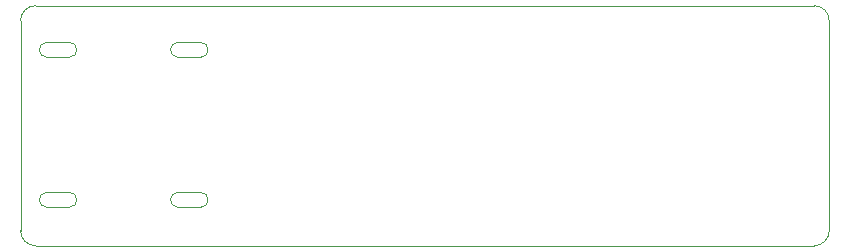
<source format=gbr>
%TF.GenerationSoftware,KiCad,Pcbnew,(7.0.0-rc2-283-gc53ce01b89)*%
%TF.CreationDate,2023-05-01T16:57:45+01:00*%
%TF.ProjectId,4S parallel board,34532070-6172-4616-9c6c-656c20626f61,rev?*%
%TF.SameCoordinates,Original*%
%TF.FileFunction,Profile,NP*%
%FSLAX46Y46*%
G04 Gerber Fmt 4.6, Leading zero omitted, Abs format (unit mm)*
G04 Created by KiCad (PCBNEW (7.0.0-rc2-283-gc53ce01b89)) date 2023-05-01 16:57:45*
%MOMM*%
%LPD*%
G01*
G04 APERTURE LIST*
%TA.AperFunction,Profile*%
%ADD10C,0.050000*%
%TD*%
G04 APERTURE END LIST*
D10*
X95677500Y-130095000D02*
G75*
G03*
X95677500Y-128825000I0J635000D01*
G01*
X95677500Y-116125000D02*
X93772500Y-116125000D01*
X93772500Y-117395000D02*
X95677500Y-117395000D01*
X95677500Y-117395000D02*
G75*
G03*
X95677500Y-116125000I0J635000D01*
G01*
X93772500Y-128825000D02*
G75*
G03*
X93772500Y-130095000I0J-635000D01*
G01*
X93772500Y-116125000D02*
G75*
G03*
X93772500Y-117395000I0J-635000D01*
G01*
X95677500Y-128825000D02*
X93772500Y-128825000D01*
X93772500Y-130095000D02*
X95677500Y-130095000D01*
X158750000Y-113030000D02*
X92820000Y-113030000D01*
X160020000Y-132080000D02*
X160020000Y-114300000D01*
X92820000Y-133350000D02*
X158750000Y-133350000D01*
X91550000Y-114300000D02*
X91550000Y-132080000D01*
X160020000Y-114300000D02*
G75*
G03*
X158750000Y-113030000I-1270000J0D01*
G01*
X158750000Y-133350000D02*
G75*
G03*
X160020000Y-132080000I0J1270000D01*
G01*
X91550000Y-132080000D02*
G75*
G03*
X92820000Y-133350000I1270000J0D01*
G01*
X92820000Y-113030000D02*
G75*
G03*
X91550000Y-114300000I0J-1270000D01*
G01*
X106790000Y-128825000D02*
X104885000Y-128825000D01*
X104885000Y-130095000D02*
X106790000Y-130095000D01*
X106790000Y-130095000D02*
G75*
G03*
X106790000Y-128825000I0J635000D01*
G01*
X104885000Y-128825000D02*
G75*
G03*
X104885000Y-130095000I0J-635000D01*
G01*
X104885000Y-116125000D02*
G75*
G03*
X104885000Y-117395000I0J-635000D01*
G01*
X106790000Y-117395000D02*
G75*
G03*
X106790000Y-116125000I0J635000D01*
G01*
X104885000Y-117395000D02*
X106790000Y-117395000D01*
X106790000Y-116125000D02*
X104885000Y-116125000D01*
M02*

</source>
